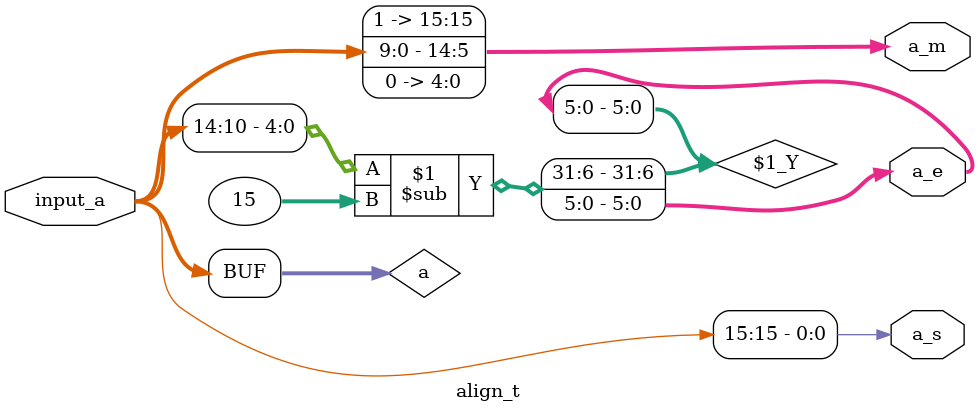
<source format=v>
`define SIMULATION_MEMORY
`define VECTOR_DEPTH 64 //Q,K,V vector size
`define DATA_WIDTH 16
`define VECTOR_BITS 1024 // 16 bit each (16x64)
`define NUM_WORDS 32   //num of words in the sentence
`define BUF_AWIDTH 4 //16 entries in each buffer ram
`define BUF_LOC_SIZE 4 //4 words in each addr location
`define OUT_RAM_DEPTH 512 //512 entries in output bram
`define EXPONENT 8
`define MANTISSA 7
`define EXPONENT 5
`define MANTISSA 10
`define SIGN 1
`define DWIDTH (`SIGN+`EXPONENT+`MANTISSA)
`define DEFINES_DONE
`define DATAWIDTH (`SIGN+`EXPONENT+`MANTISSA)
`define IEEE_COMPLIANCE 1
`define NUM 4
`define ADDRSIZE 4

module float_to_int_fp16(
        input_a,
        output_z);


  input     [15:0] input_a;
  output    [15:0] output_z;

  
  wire [27:0] z;
  wire [5:0] a_e, sub_a_e;
  wire a_s;
  wire [15:0] a_m;
  wire [27:0] a_m_shift;  
  
  align_t dut_align (input_a,a_m,a_e,a_s);
  sub_t dut_sub (a_e,sub_a_e);
  am_shift_t dut_am_shift (a_e,sub_a_e,a_m,a_m_shift);
  two_comp_t dut_two_comp (a_m_shift,a_s,z);
  final_out_t dut_final_out (z, a_e, output_z);
  
endmodule
module final_out_t (
  input [27:0] z,
  input [5:0] a_e,
  output [15:0] output_z);
  
  reg [27:0] output_z_temp;

always@(a_e or z) begin
  if (a_e[5] == 1'b1 && a_e[4:0] == 5'd15) begin
		output_z_temp = 27'b0;
	end
  else if (a_e[5] == 0 && a_e[4:0] > 5'd15) begin
		output_z_temp = 27'hFFFF;
	end
	else begin
		output_z_temp = z << 12;
	end
  end
  assign output_z = output_z_temp[27:12];
endmodule
module two_comp_t (
  input [27:0] a_m_shift,
  input a_s,
  output [27:0] z);

assign z = a_s ? -a_m_shift : a_m_shift; // 2's complement

endmodule
module am_shift_t (
  input [5:0] a_e,
  input [5:0] sub_a_e,
  input [15:0] a_m,
  output reg [27:0] a_m_shift);

always@(a_e or sub_a_e or a_m) begin
  if (a_e <= 15 && a_e >= 0 ) begin
    a_m_shift = {a_m,12'b0} >> sub_a_e;
	end
	else begin
		a_m_shift = 24'h0;
	end
  end
  
endmodule
module sub_t (
  input [5:0] a_e,
  output [5:0] sub_a_e);

assign sub_a_e = 15 - a_e;

endmodule
module align_t (
  input [15:0] input_a,
  output [15:0] a_m,
  output [5:0] a_e,
  output a_s);

  wire [15:0] a;

  assign a = input_a;
  assign a_m[15:5] = {1'b1, a[9 : 0]};
  assign a_m[4:0] = 8'b0;
  assign a_e = a[14 : 10] - 15;
  assign a_s = a[15];

endmodule

</source>
